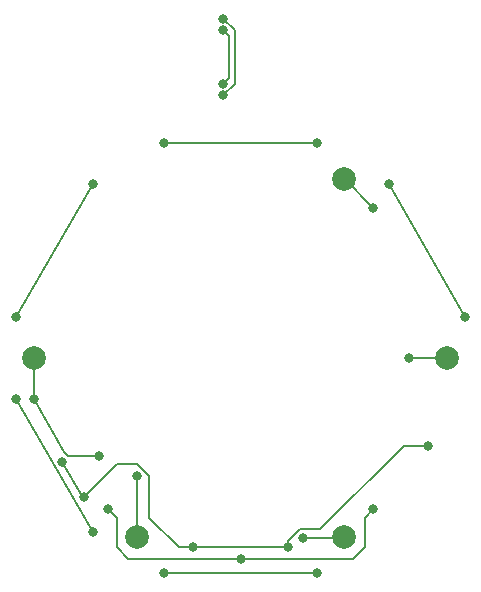
<source format=gbr>
%TF.GenerationSoftware,KiCad,Pcbnew,7.0.10-7.0.10~ubuntu20.04.1*%
%TF.CreationDate,2024-07-01T02:38:10+03:00*%
%TF.ProjectId,Tacho,54616368-6f2e-46b6-9963-61645f706362,rev?*%
%TF.SameCoordinates,Original*%
%TF.FileFunction,Copper,L2,Bot*%
%TF.FilePolarity,Positive*%
%FSLAX46Y46*%
G04 Gerber Fmt 4.6, Leading zero omitted, Abs format (unit mm)*
G04 Created by KiCad (PCBNEW 7.0.10-7.0.10~ubuntu20.04.1) date 2024-07-01 02:38:10*
%MOMM*%
%LPD*%
G01*
G04 APERTURE LIST*
%TA.AperFunction,SMDPad,CuDef*%
%ADD10C,2.000000*%
%TD*%
%TA.AperFunction,ViaPad*%
%ADD11C,0.800000*%
%TD*%
%TA.AperFunction,Conductor*%
%ADD12C,0.200000*%
%TD*%
%TA.AperFunction,Conductor*%
%ADD13C,0.250000*%
%TD*%
G04 APERTURE END LIST*
D10*
%TO.P,TP1,1,1*%
%TO.N,VCC*%
X117500000Y-100000000D03*
%TD*%
%TO.P,TP2,1,1*%
%TO.N,Net-(U2-PF2-NRST)*%
X82500000Y-100000000D03*
%TD*%
%TO.P,TP5,1,1*%
%TO.N,GND*%
X108750000Y-84844555D03*
%TD*%
%TO.P,TP3,1,1*%
%TO.N,Net-(U2-PA13-SWD)*%
X91250000Y-115155445D03*
%TD*%
%TO.P,TP4,1,1*%
%TO.N,Net-(U2-PA14-SWC)*%
X108750000Y-115155445D03*
%TD*%
D11*
%TO.N,GND*%
X115905445Y-107450962D03*
X104000000Y-116000000D03*
X96000000Y-116000000D03*
%TO.N,VCC*%
X114246118Y-99996118D03*
%TO.N,Net-(L1-Pad2)*%
X112531089Y-85295517D03*
%TO.N,Net-(L2-Pad1)*%
X106468911Y-81795517D03*
%TO.N,Net-(L1-Pad2)*%
X119000000Y-96500000D03*
%TO.N,Net-(L5-Pad2)*%
X106468911Y-118204483D03*
%TO.N,Net-(L4-Pad1)*%
X87468911Y-114704483D03*
%TO.N,Net-(L5-Pad2)*%
X93531089Y-118204483D03*
%TO.N,Net-(L2-Pad1)*%
X93531089Y-81795517D03*
%TO.N,Net-(L3-Pad2)*%
X87468911Y-85295517D03*
%TO.N,Net-(U2-PF2-NRST)*%
X88000000Y-108250000D03*
X82500000Y-103500000D03*
%TO.N,VCC*%
X100000000Y-117000000D03*
%TO.N,GND*%
X111250000Y-87250000D03*
X86750000Y-111750000D03*
%TO.N,VCC*%
X88750000Y-112750000D03*
%TO.N,GND*%
X84844555Y-108750000D03*
%TO.N,Net-(U2-PA14-SWC)*%
X105250000Y-115250000D03*
%TO.N,Net-(U2-PA13-SWD)*%
X91250000Y-110000000D03*
%TO.N,Net-(D4-K)*%
X98500000Y-76750000D03*
%TO.N,Net-(D5-K)*%
X98500000Y-77750000D03*
X98500000Y-71250000D03*
%TO.N,Net-(D4-K)*%
X98500000Y-72250000D03*
%TO.N,VCC*%
X111250000Y-112750000D03*
%TO.N,Net-(L3-Pad2)*%
X81000000Y-96500000D03*
%TO.N,Net-(L4-Pad1)*%
X81000000Y-103500000D03*
%TD*%
D12*
%TO.N,GND*%
X111250000Y-87250000D02*
X108844555Y-84844555D01*
X108844555Y-84844555D02*
X108750000Y-84844555D01*
X104000000Y-116000000D02*
X104000000Y-115500000D01*
X104000000Y-115500000D02*
X105000000Y-114500000D01*
X105000000Y-114500000D02*
X106750000Y-114500000D01*
X106750000Y-114500000D02*
X113799038Y-107450962D01*
X113799038Y-107450962D02*
X115905445Y-107450962D01*
X96000000Y-116000000D02*
X104000000Y-116000000D01*
%TO.N,Net-(U2-PA14-SWC)*%
X105250000Y-115250000D02*
X108655445Y-115250000D01*
X108655445Y-115250000D02*
X108750000Y-115155445D01*
%TO.N,GND*%
X86750000Y-111750000D02*
X89500000Y-109000000D01*
X92250000Y-110000000D02*
X92250000Y-113500000D01*
X89500000Y-109000000D02*
X91250000Y-109000000D01*
X91250000Y-109000000D02*
X92250000Y-110000000D01*
X92250000Y-113500000D02*
X94750000Y-116000000D01*
X94750000Y-116000000D02*
X96000000Y-116000000D01*
X84844555Y-108750000D02*
X86548566Y-111701434D01*
X86750000Y-111750000D02*
X86597132Y-111750000D01*
X86597132Y-111750000D02*
X86548566Y-111701434D01*
%TO.N,VCC*%
X110500000Y-116000000D02*
X110500000Y-113500000D01*
X110500000Y-113500000D02*
X111250000Y-112750000D01*
X109500000Y-117000000D02*
X110500000Y-116000000D01*
X100000000Y-117000000D02*
X109500000Y-117000000D01*
X100000000Y-117000000D02*
X90500000Y-117000000D01*
X90500000Y-117000000D02*
X89500000Y-116000000D01*
X89500000Y-116000000D02*
X89500000Y-113500000D01*
X89500000Y-113500000D02*
X88750000Y-112750000D01*
X117500000Y-100000000D02*
X114250000Y-100000000D01*
D13*
X114250000Y-100000000D02*
X114246118Y-99996118D01*
D12*
%TO.N,Net-(L1-Pad2)*%
X119000000Y-96500000D02*
X112531089Y-85295517D01*
%TO.N,Net-(L5-Pad2)*%
X93531089Y-118204483D02*
X106468911Y-118204483D01*
%TO.N,Net-(U2-PF2-NRST)*%
X85062178Y-107937822D02*
X82500000Y-103500000D01*
X85062178Y-107937822D02*
X85374356Y-108250000D01*
X85374356Y-108250000D02*
X88000000Y-108250000D01*
%TO.N,Net-(L4-Pad1)*%
X87468911Y-114704483D02*
X81000000Y-103500000D01*
%TO.N,Net-(L3-Pad2)*%
X81000000Y-96500000D02*
X87468911Y-85295517D01*
%TO.N,Net-(L2-Pad1)*%
X93531089Y-81795517D02*
X106468911Y-81795517D01*
%TO.N,Net-(U2-PA13-SWD)*%
X91250000Y-115155445D02*
X91250000Y-110000000D01*
%TO.N,Net-(U2-PF2-NRST)*%
X82500000Y-103500000D02*
X82500000Y-100000000D01*
%TO.N,Net-(D4-K)*%
X98500000Y-76750000D02*
X99000000Y-76250000D01*
X99000000Y-76250000D02*
X99000000Y-72750000D01*
X99000000Y-72750000D02*
X98500000Y-72250000D01*
%TO.N,Net-(D5-K)*%
X98500000Y-77750000D02*
X99500000Y-76750000D01*
X99500000Y-76750000D02*
X99500000Y-72250000D01*
X99500000Y-72250000D02*
X98500000Y-71250000D01*
%TD*%
M02*

</source>
